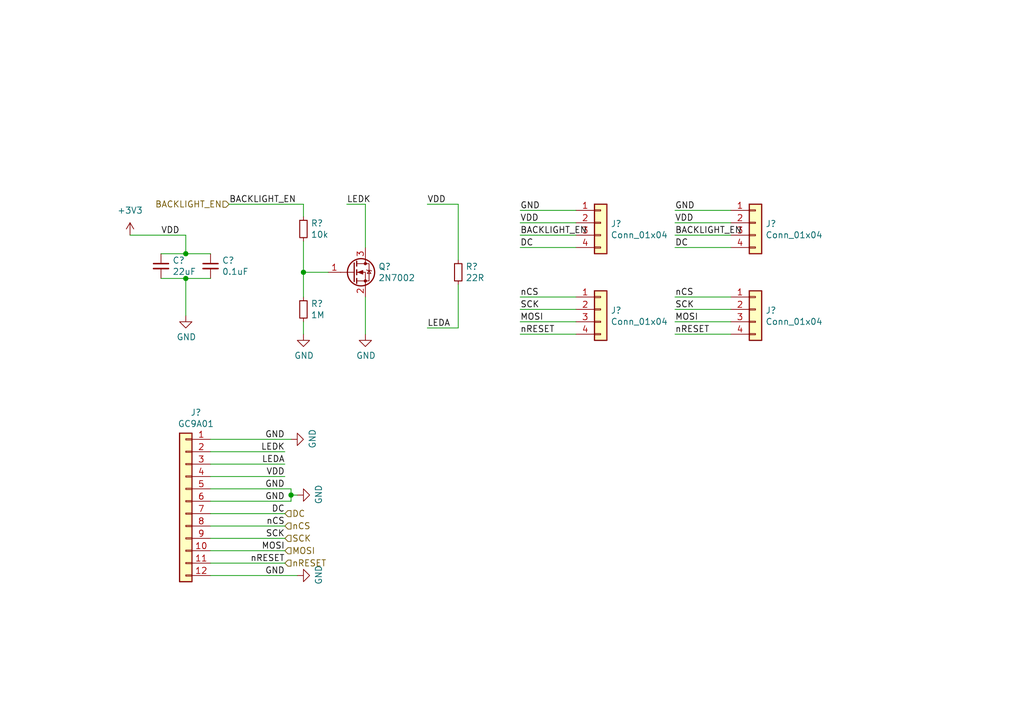
<source format=kicad_sch>
(kicad_sch (version 20211123) (generator eeschema)
  (paper "A5")
  (lib_symbols
    (symbol "Connector_Generic:Conn_01x04" (pin_names (offset 1.016) hide)
      (property "Reference" "J" (at 0 5.08 0))
      (property "Value" "Conn_01x04" (at 0 -7.62 0))
      (symbol "Conn_01x04_1_1"
        (rectangle (start -1.27 -4.953) (end 0 -5.207) (stroke (width 0.1524)))
        (rectangle (start -1.27 -2.413) (end 0 -2.667) (stroke (width 0.1524)))
        (rectangle (start -1.27 0.127) (end 0 -0.127) (stroke (width 0.1524)))
        (rectangle (start -1.27 2.667) (end 0 2.413) (stroke (width 0.1524)))
        (rectangle (start -1.27 3.81) (end 1.27 -6.35) (stroke (width 0.254)) (fill (type background)))
        (pin passive line (at -5.08 2.54 0) (length 3.81) (name "Pin_1") (number "1"))
        (pin passive line (at -5.08 0 0) (length 3.81) (name "Pin_2") (number "2"))
        (pin passive line (at -5.08 -2.54 0) (length 3.81) (name "Pin_3") (number "3"))
        (pin passive line (at -5.08 -5.08 0) (length 3.81) (name "Pin_4") (number "4"))
      )
    )
    (symbol "Connector_Generic:Conn_01x12" (pin_names (offset 1.016) hide)
      (property "Reference" "J" (at 0 15.24 0))
      (property "Value" "Conn_01x12" (at 0 -17.78 0))
      (symbol "Conn_01x12_1_1"
        (rectangle (start -1.27 -15.113) (end 0 -15.367) (stroke (width 0.1524)))
        (rectangle (start -1.27 -12.573) (end 0 -12.827) (stroke (width 0.1524)))
        (rectangle (start -1.27 -10.033) (end 0 -10.287) (stroke (width 0.1524)))
        (rectangle (start -1.27 -7.493) (end 0 -7.747) (stroke (width 0.1524)))
        (rectangle (start -1.27 -4.953) (end 0 -5.207) (stroke (width 0.1524)))
        (rectangle (start -1.27 -2.413) (end 0 -2.667) (stroke (width 0.1524)))
        (rectangle (start -1.27 0.127) (end 0 -0.127) (stroke (width 0.1524)))
        (rectangle (start -1.27 2.667) (end 0 2.413) (stroke (width 0.1524)))
        (rectangle (start -1.27 5.207) (end 0 4.953) (stroke (width 0.1524)))
        (rectangle (start -1.27 7.747) (end 0 7.493) (stroke (width 0.1524)))
        (rectangle (start -1.27 10.287) (end 0 10.033) (stroke (width 0.1524)))
        (rectangle (start -1.27 12.827) (end 0 12.573) (stroke (width 0.1524)))
        (rectangle (start -1.27 13.97) (end 1.27 -16.51) (stroke (width 0.254)) (fill (type background)))
        (pin passive line (at -5.08 12.7 0) (length 3.81) (name "Pin_1") (number "1"))
        (pin passive line (at -5.08 -10.16 0) (length 3.81) (name "Pin_10") (number "10"))
        (pin passive line (at -5.08 -12.7 0) (length 3.81) (name "Pin_11") (number "11"))
        (pin passive line (at -5.08 -15.24 0) (length 3.81) (name "Pin_12") (number "12"))
        (pin passive line (at -5.08 10.16 0) (length 3.81) (name "Pin_2") (number "2"))
        (pin passive line (at -5.08 7.62 0) (length 3.81) (name "Pin_3") (number "3"))
        (pin passive line (at -5.08 5.08 0) (length 3.81) (name "Pin_4") (number "4"))
        (pin passive line (at -5.08 2.54 0) (length 3.81) (name "Pin_5") (number "5"))
        (pin passive line (at -5.08 0 0) (length 3.81) (name "Pin_6") (number "6"))
        (pin passive line (at -5.08 -2.54 0) (length 3.81) (name "Pin_7") (number "7"))
        (pin passive line (at -5.08 -5.08 0) (length 3.81) (name "Pin_8") (number "8"))
        (pin passive line (at -5.08 -7.62 0) (length 3.81) (name "Pin_9") (number "9"))
      )
    )
    (symbol "Device:C_Small" (pin_numbers hide) (pin_names (offset 0.254) hide)
      (property "Reference" "C" (at 0.254 1.778 0))
      (property "Value" "C_Small" (at 0.254 -2.032 0))
      (symbol "C_Small_0_1"
        (polyline (pts (xy -1.524 -0.508) (xy 1.524 -0.508)) (stroke (width 0.3302)))
        (polyline (pts (xy -1.524 0.508) (xy 1.524 0.508)) (stroke (width 0.3048)))
      )
      (symbol "C_Small_1_1"
        (pin passive line (at 0 2.54 270) (length 2.032) (name "~") (number "1"))
        (pin passive line (at 0 -2.54 90) (length 2.032) (name "~") (number "2"))
      )
    )
    (symbol "Device:R_Small" (pin_numbers hide) (pin_names (offset 0.254) hide)
      (property "Reference" "R" (at 0.762 0.508 0))
      (property "Value" "R_Small" (at 0.762 -1.016 0))
      (symbol "R_Small_0_1"
        (rectangle (start -0.762 1.778) (end 0.762 -1.778) (stroke (width 0.2032)))
      )
      (symbol "R_Small_1_1"
        (pin passive line (at 0 2.54 270) (length 0.762) (name "~") (number "1"))
        (pin passive line (at 0 -2.54 90) (length 0.762) (name "~") (number "2"))
      )
    )
    (symbol "Transistor_FET:2N7002" (pin_names hide)
      (property "Reference" "Q" (at 5.08 1.905 0))
      (property "Value" "2N7002" (at 5.08 0 0))
      (symbol "2N7002_0_1"
        (polyline (pts (xy 0.254 0) (xy -2.54 0)))
        (polyline (pts (xy 0.254 1.905) (xy 0.254 -1.905)) (stroke (width 0.254)))
        (polyline (pts (xy 0.762 -1.27) (xy 0.762 -2.286)) (stroke (width 0.254)))
        (polyline (pts (xy 0.762 0.508) (xy 0.762 -0.508)) (stroke (width 0.254)))
        (polyline (pts (xy 0.762 2.286) (xy 0.762 1.27)) (stroke (width 0.254)))
        (polyline (pts (xy 2.54 2.54) (xy 2.54 1.778)))
        (polyline (pts (xy 2.54 -2.54) (xy 2.54 0) (xy 0.762 0)))
        (polyline (pts (xy 0.762 -1.778) (xy 3.302 -1.778) (xy 3.302 1.778) (xy 0.762 1.778)))
        (polyline (pts (xy 1.016 0) (xy 2.032 0.381) (xy 2.032 -0.381) (xy 1.016 0)) (fill (type outline)))
        (polyline (pts (xy 2.794 0.508) (xy 2.921 0.381) (xy 3.683 0.381) (xy 3.81 0.254)))
        (polyline (pts (xy 3.302 0.381) (xy 2.921 -0.254) (xy 3.683 -0.254) (xy 3.302 0.381)))
        (circle (center 1.651 0) (radius 2.794) (stroke (width 0.254)))
        (circle (center 2.54 -1.778) (radius 0.254) (fill (type outline)))
        (circle (center 2.54 1.778) (radius 0.254) (fill (type outline)))
      )
      (symbol "2N7002_1_1"
        (pin input line (at -5.08 0 0) (length 2.54) (name "G") (number "1"))
        (pin passive line (at 2.54 -5.08 90) (length 2.54) (name "S") (number "2"))
        (pin passive line (at 2.54 5.08 270) (length 2.54) (name "D") (number "3"))
      )
    )
    (symbol "power:+3V3" (power) (pin_names (offset 0))
      (property "Value" "+3V3" (at 0 3.556 0))
      (symbol "+3V3_0_1"
        (polyline (pts (xy -0.762 1.27) (xy 0 2.54)))
        (polyline (pts (xy 0 0) (xy 0 2.54)))
        (polyline (pts (xy 0 2.54) (xy 0.762 1.27)))
      )
      (symbol "+3V3_1_1"
        (pin power_in line (at 0 0 90) (length 0) hide (name "+3V3") (number "1"))
      )
    )
    (symbol "power:GND" (power) (pin_names (offset 0))
      (property "Value" "GND" (at 0 -3.81 0))
      (symbol "GND_0_1"
        (polyline (pts (xy 0 0) (xy 0 -1.27) (xy 1.27 -1.27) (xy 0 -2.54) (xy -1.27 -1.27) (xy 0 -1.27)))
      )
      (symbol "GND_1_1"
        (pin power_in line (at 0 0 270) (length 0) hide (name "GND") (number "1"))
      )
    )
  )
  (junction (at 62.23 55.88))
  (junction (at 38.1 57.15))
  (junction (at 38.1 52.07))
  (junction (at 59.69 101.6))
  (wire (pts (xy 149.86 45.72) (xy 138.43 45.72)))
  (wire (pts (xy 118.11 63.5) (xy 106.68 63.5)))
  (wire (pts (xy 43.18 118.11) (xy 60.96 118.11)))
  (wire (pts (xy 67.31 55.88) (xy 62.23 55.88)))
  (wire (pts (xy 149.86 63.5) (xy 138.43 63.5)))
  (wire (pts (xy 74.93 50.8) (xy 74.93 41.91)))
  (wire (pts (xy 43.18 115.57) (xy 58.42 115.57)))
  (wire (pts (xy 62.23 41.91) (xy 62.23 44.45)))
  (wire (pts (xy 43.18 97.79) (xy 58.42 97.79)))
  (wire (pts (xy 118.11 48.26) (xy 106.68 48.26)))
  (wire (pts (xy 93.98 53.34) (xy 93.98 41.91)))
  (wire (pts (xy 149.86 66.04) (xy 138.43 66.04)))
  (wire (pts (xy 74.93 60.96) (xy 74.93 68.58)))
  (wire (pts (xy 149.86 50.8) (xy 138.43 50.8)))
  (wire (pts (xy 43.18 90.17) (xy 59.69 90.17)))
  (wire (pts (xy 62.23 49.53) (xy 62.23 55.88)))
  (wire (pts (xy 43.18 102.87) (xy 59.69 102.87)))
  (wire (pts (xy 43.18 113.03) (xy 58.42 113.03)))
  (wire (pts (xy 43.18 107.95) (xy 58.42 107.95)))
  (wire (pts (xy 93.98 67.31) (xy 93.98 58.42)))
  (wire (pts (xy 118.11 66.04) (xy 106.68 66.04)))
  (wire (pts (xy 118.11 60.96) (xy 106.68 60.96)))
  (wire (pts (xy 38.1 57.15) (xy 33.02 57.15)))
  (wire (pts (xy 43.18 57.15) (xy 38.1 57.15)))
  (wire (pts (xy 118.11 68.58) (xy 106.68 68.58)))
  (wire (pts (xy 38.1 57.15) (xy 38.1 64.77)))
  (wire (pts (xy 43.18 100.33) (xy 59.69 100.33)))
  (wire (pts (xy 43.18 92.71) (xy 58.42 92.71)))
  (wire (pts (xy 33.02 52.07) (xy 38.1 52.07)))
  (wire (pts (xy 59.69 101.6) (xy 59.69 100.33)))
  (wire (pts (xy 38.1 52.07) (xy 38.1 48.26)))
  (wire (pts (xy 87.63 67.31) (xy 93.98 67.31)))
  (wire (pts (xy 26.67 48.26) (xy 38.1 48.26)))
  (wire (pts (xy 59.69 102.87) (xy 59.69 101.6)))
  (wire (pts (xy 43.18 95.25) (xy 58.42 95.25)))
  (wire (pts (xy 118.11 45.72) (xy 106.68 45.72)))
  (wire (pts (xy 62.23 55.88) (xy 62.23 60.96)))
  (wire (pts (xy 149.86 60.96) (xy 138.43 60.96)))
  (wire (pts (xy 149.86 43.18) (xy 138.43 43.18)))
  (wire (pts (xy 74.93 41.91) (xy 71.12 41.91)))
  (wire (pts (xy 118.11 50.8) (xy 106.68 50.8)))
  (wire (pts (xy 43.18 105.41) (xy 58.42 105.41)))
  (wire (pts (xy 93.98 41.91) (xy 87.63 41.91)))
  (wire (pts (xy 43.18 110.49) (xy 58.42 110.49)))
  (wire (pts (xy 46.99 41.91) (xy 62.23 41.91)))
  (wire (pts (xy 60.96 101.6) (xy 59.69 101.6)))
  (wire (pts (xy 62.23 68.58) (xy 62.23 66.04)))
  (wire (pts (xy 38.1 52.07) (xy 43.18 52.07)))
  (wire (pts (xy 149.86 48.26) (xy 138.43 48.26)))
  (wire (pts (xy 118.11 43.18) (xy 106.68 43.18)))
  (wire (pts (xy 149.86 68.58) (xy 138.43 68.58)))
  (label "nRESET" (at 58.42 115.57 180))
  (label "nCS" (at 58.42 107.95 180))
  (label "DC" (at 58.42 105.41 180))
  (label "MOSI" (at 106.68 66.04 0))
  (label "nRESET" (at 106.68 68.58 0))
  (label "LEDA" (at 87.63 67.31 0))
  (label "VDD" (at 33.02 48.26 0))
  (label "VDD" (at 58.42 97.79 180))
  (label "GND" (at 106.68 43.18 0))
  (label "VDD" (at 87.63 41.91 0))
  (label "LEDK" (at 58.42 92.71 180))
  (label "SCK" (at 106.68 63.5 0))
  (label "nRESET" (at 138.43 68.58 0))
  (label "BACKLIGHT_EN" (at 106.68 48.26 0))
  (label "LEDA" (at 58.42 95.25 180))
  (label "VDD" (at 138.43 45.72 0))
  (label "MOSI" (at 58.42 113.03 180))
  (label "GND" (at 58.42 118.11 180))
  (label "nCS" (at 106.68 60.96 0))
  (label "GND" (at 58.42 100.33 180))
  (label "DC" (at 138.43 50.8 0))
  (label "BACKLIGHT_EN" (at 138.43 48.26 0))
  (label "VDD" (at 106.68 45.72 0))
  (label "BACKLIGHT_EN" (at 46.99 41.91 0))
  (label "DC" (at 106.68 50.8 0))
  (label "nCS" (at 138.43 60.96 0))
  (label "SCK" (at 58.42 110.49 180))
  (label "LEDK" (at 71.12 41.91 0))
  (label "GND" (at 58.42 90.17 180))
  (label "SCK" (at 138.43 63.5 0))
  (label "GND" (at 58.42 102.87 180))
  (label "GND" (at 138.43 43.18 0))
  (label "MOSI" (at 138.43 66.04 0))
  (hierarchical_label "SCK" (shape input) (at 58.42 110.49 0))
  (hierarchical_label "MOSI" (shape input) (at 58.42 113.03 0))
  (hierarchical_label "BACKLIGHT_EN" (shape input) (at 46.99 41.91 180))
  (hierarchical_label "DC" (shape input) (at 58.42 105.41 0))
  (hierarchical_label "nRESET" (shape input) (at 58.42 115.57 0))
  (hierarchical_label "nCS" (shape input) (at 58.42 107.95 0))
  (symbol (lib_id "power:GND") (at 59.69 90.17 90) (unit 1)
    (property "Reference" "#PWR?" (effects hide))
    (property "Value" "GND" (at 64.0842 90.043 0))
  )
  (symbol (lib_id "Connector_Generic:Conn_01x04") (at 123.19 63.5 0) (unit 1)
    (property "Reference" "J?" (at 125.222 63.7032 0) (effects (justify left)))
    (property "Value" "Conn_01x04" (at 125.222 66.0146 0) (effects (justify left)))
    (property "Footprint" "SolderPads:SolderPads_2mm_4" (effects hide))
  )
  (symbol (lib_id "Connector_Generic:Conn_01x04") (at 154.94 45.72 0) (unit 1)
    (property "Reference" "J?" (at 156.972 45.9232 0) (effects (justify left)))
    (property "Value" "Conn_01x04" (at 156.972 48.2346 0) (effects (justify left)))
    (property "Footprint" "SolderPads:SolderPads_2mm_4" (effects hide))
  )
  (symbol (lib_id "power:+3V3") (at 26.67 48.26 0) (unit 1)
    (property "Reference" "#PWR?" (effects hide))
    (property "Value" "+3V3" (at 26.67 43.18 0))
  )
  (symbol (lib_id "Connector_Generic:Conn_01x04") (at 154.94 63.5 0) (unit 1)
    (property "Reference" "J?" (at 156.972 63.7032 0) (effects (justify left)))
    (property "Value" "Conn_01x04" (at 156.972 66.0146 0) (effects (justify left)))
    (property "Footprint" "SolderPads:SolderPads_2mm_4" (effects hide))
  )
  (symbol (lib_id "Device:C_Small") (at 43.18 54.61 0) (unit 1)
    (property "Reference" "C?" (at 45.5168 53.4416 0) (effects (justify left)))
    (property "Value" "0.1uF" (at 45.5168 55.753 0) (effects (justify left)))
    (property "Footprint" "Capacitor_SMD:C_0603_1608Metric" (effects hide))
    (property "Digikey" "1276-1935-1-ND" (effects hide))
    (property "LCSC" "C1591" (effects hide))
    (property "Mouser" "187-CL10B104KB8NNWC" (effects hide))
  )
  (symbol (lib_id "Device:R_Small") (at 62.23 63.5 0) (unit 1)
    (property "Reference" "R?" (at 63.7286 62.3316 0) (effects (justify left)))
    (property "Value" "1M" (at 63.7286 64.643 0) (effects (justify left)))
    (property "Footprint" "Resistor_SMD:R_0603_1608Metric" (effects hide))
    (property "Digikey" "RMCF0603JT1M00CT-ND" (effects hide))
    (property "Mouser" "652-CR0603FX-1004ELF" (effects hide))
  )
  (symbol (lib_id "Transistor_FET:2N7002") (at 72.39 55.88 0) (unit 1)
    (property "Reference" "Q?" (at 77.5716 54.7116 0) (effects (justify left)))
    (property "Value" "2N7002" (at 77.5716 57.023 0) (effects (justify left)))
    (property "Footprint" "Package_TO_SOT_SMD:SOT-23" (effects hide))
    (property "Datasheet" "https://www.onsemi.com/pub/Collateral/NDS7002A-D.PDF" (effects hide))
    (property "Digikey" "2N7002H6327XTSA2CT-ND" (effects hide))
    (property "LCSC" "2N7002" (effects hide))
    (property "Mouser" "771-2N7002NXAKR" (effects hide))
  )
  (symbol (lib_id "power:GND") (at 74.93 68.58 0) (unit 1)
    (property "Reference" "#PWR?" (effects hide))
    (property "Value" "GND" (at 75.057 72.9742 0))
  )
  (symbol (lib_id "Device:C_Small") (at 33.02 54.61 0) (unit 1)
    (property "Reference" "C?" (at 35.3568 53.4416 0) (effects (justify left)))
    (property "Value" "22uF" (at 35.3568 55.753 0) (effects (justify left)))
    (property "Footprint" "Capacitor_SMD:C_0805_2012Metric" (effects hide))
    (property "Digikey" "1276-CL21A226MAYNNNECT-ND" (effects hide))
    (property "LCSC" "C98190" (effects hide))
    (property "Mouser" "187-CL21A226MAYNNNE" (effects hide))
  )
  (symbol (lib_id "Connector_Generic:Conn_01x04") (at 123.19 45.72 0) (unit 1)
    (property "Reference" "J?" (at 125.222 45.9232 0) (effects (justify left)))
    (property "Value" "Conn_01x04" (at 125.222 48.2346 0) (effects (justify left)))
    (property "Footprint" "SolderPads:SolderPads_2mm_4" (effects hide))
  )
  (symbol (lib_id "power:GND") (at 62.23 68.58 0) (unit 1)
    (property "Reference" "#PWR?" (effects hide))
    (property "Value" "GND" (at 62.357 72.9742 0))
  )
  (symbol (lib_id "Device:R_Small") (at 62.23 46.99 0) (unit 1)
    (property "Reference" "R?" (at 63.7286 45.8216 0) (effects (justify left)))
    (property "Value" "10k" (at 63.7286 48.133 0) (effects (justify left)))
    (property "Footprint" "Resistor_SMD:R_0603_1608Metric" (effects hide))
    (property "Digikey" "RMCF0603JT10K0CT-ND" (effects hide))
    (property "LCSC" "C98220" (effects hide))
    (property "Mouser" "652-CR0603FX-1002ELF" (effects hide))
  )
  (symbol (lib_id "power:GND") (at 38.1 64.77 0) (unit 1)
    (property "Reference" "#PWR?" (effects hide))
    (property "Value" "GND" (at 38.227 69.1642 0))
  )
  (symbol (lib_id "Device:R_Small") (at 93.98 55.88 0) (unit 1)
    (property "Reference" "R?" (at 95.4786 54.7116 0) (effects (justify left)))
    (property "Value" "22R" (at 95.4786 57.023 0) (effects (justify left)))
    (property "Footprint" "Resistor_SMD:R_0603_1608Metric" (effects hide))
    (property "Digikey" "RMCF0603JT22R0CT-ND" (effects hide))
    (property "Mouser" "652-CR0603FX-22R0ELF" (effects hide))
  )
  (symbol (lib_id "Connector_Generic:Conn_01x12") (at 38.1 102.87 0) (mirror y) (unit 1)
    (property "Reference" "J?" (at 40.1828 84.6582 0))
    (property "Value" "GC9A01" (at 40.1828 86.9696 0))
    (property "Footprint" "LCD_GC9A01:GC9A01Round1.28" (effects hide))
    (property "AliExpress" "https://www.aliexpress.com/item/1005001321857930.html" (effects hide))
    (property "Digikey" "N/A" (effects hide))
    (property "LCSC" "N/A" (effects hide))
    (property "Mouser" "N/A" (effects hide))
  )
  (symbol (lib_id "power:GND") (at 60.96 101.6 90) (unit 1)
    (property "Reference" "#PWR?" (effects hide))
    (property "Value" "GND" (at 65.3542 101.473 0))
  )
  (symbol (lib_id "power:GND") (at 60.96 118.11 90) (unit 1)
    (property "Reference" "#PWR?" (effects hide))
    (property "Value" "GND" (at 65.3542 117.983 0))
  )
)
</source>
